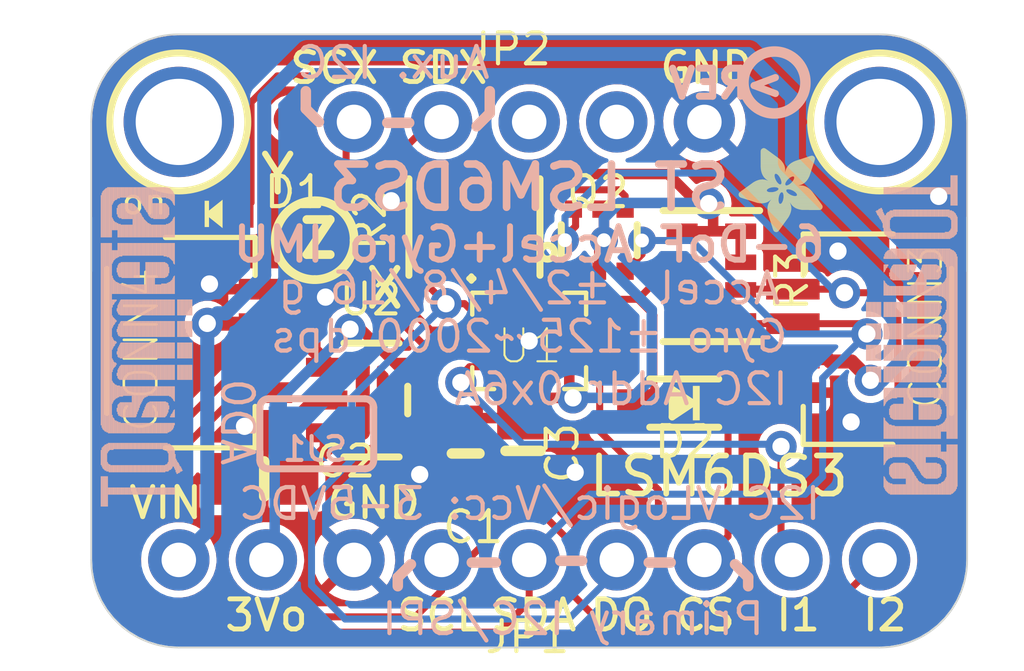
<source format=kicad_pcb>
(kicad_pcb (version 20211014) (generator pcbnew)
  (layers (0 "F.Cu" signal) (31 "B.Cu" signal) (34 "B.Paste" user) (35 "F.Paste" user) (36 "B.SilkS" user "B.Silkscreen") (37 "F.SilkS" user "F.Silkscreen") (38 "B.Mask" user) (39 "F.Mask" user) (44 "Edge.Cuts" user))
  (net 0 "")
  (net 1 "GND")
  (net 2 "SDA")
  (net 3 "SCL")
  (net 4 "SCL_3V")
  (net 5 "SDA_3V")
  (net 6 "3.3V")
  (net 7 "VCC")
  (net 8 "N$1")
  (net 9 "INT1")
  (net 10 "INT2")
  (net 11 "SDO")
  (net 12 "SDX")
  (net 13 "SCX")
  (net 14 "CS_5V")
  (net 15 "CS_3V")
  (footprint "eagleBoard:0805-NO" (layer "F.Cu") (at 140.8176 109.0041 180)
    (fp_text reference "C2" (at -3.302 0.508) (layer "F.SilkS") (effects (font (size 0.896031 0.896031) (thickness 0.119969)) (justify right)))
    (fp_text value "10uF")
    (pad "1" smd rect (at -0.95 0 180) (size 1.24 1.5) (layers "F.Cu" "F.Paste" "F.Mask") (net 7 "VCC"))
    (pad "2" smd rect (at 0.95 0 180) (size 1.24 1.5) (layers "F.Cu" "F.Paste" "F.Mask") (net 1 "GND"))
  )
  (footprint "eagleBoard:SOT23-5" (layer "F.Cu") (at 143.9291 106.7181 -90)
    (fp_text reference "U2" (at -2.921 -0.943) (layer "F.SilkS") (effects (font (size 0.896031 0.896031) (thickness 0.119969)) (justify right)))
    (fp_text value "AP2112K-3.3")
    (pad "1" smd rect (at -0.95 1.3001 270) (size 0.55 1.2) (layers "F.Cu" "F.Paste" "F.Mask") (net 7 "VCC"))
    (pad "2" smd rect (at 0 1.3001 270) (size 0.55 1.2) (layers "F.Cu" "F.Paste" "F.Mask") (net 1 "GND"))
    (pad "3" smd rect (at 0.95 1.3001 270) (size 0.55 1.2) (layers "F.Cu" "F.Paste" "F.Mask") (net 7 "VCC"))
    (pad "4" smd rect (at 0.95 -1.3001 270) (size 0.55 1.2) (layers "F.Cu" "F.Paste" "F.Mask"))
    (pad "5" smd rect (at -0.95 -1.3001 270) (size 0.55 1.2) (layers "F.Cu" "F.Paste" "F.Mask") (net 6 "3.3V"))
  )
  (footprint "eagleBoard:1X09_ROUND_70" (layer "F.Cu") (at 148.5011 111.3536)
    (fp_text reference "JP1" (at -1.3462 2.2352) (layer "F.SilkS") (effects (font (size 0.896031 0.896031) (thickness 0.119969)) (justify left)))
    (fp_text value "")
    (pad "1" thru_hole circle (at -10.16 0 90) (size 1.778 1.778) (drill 1) (layers *.Cu *.Mask) (net 7 "VCC"))
    (pad "2" thru_hole circle (at -7.62 0 90) (size 1.778 1.778) (drill 1) (layers *.Cu *.Mask) (net 6 "3.3V"))
    (pad "3" thru_hole circle (at -5.08 0 90) (size 1.778 1.778) (drill 1) (layers *.Cu *.Mask) (net 1 "GND"))
    (pad "4" thru_hole circle (at -2.54 0 90) (size 1.778 1.778) (drill 1) (layers *.Cu *.Mask) (net 3 "SCL"))
    (pad "5" thru_hole circle (at 0 0 90) (size 1.778 1.778) (drill 1) (layers *.Cu *.Mask) (net 2 "SDA"))
    (pad "6" thru_hole circle (at 2.54 0 90) (size 1.778 1.778) (drill 1) (layers *.Cu *.Mask) (net 11 "SDO"))
    (pad "7" thru_hole circle (at 5.08 0 90) (size 1.778 1.778) (drill 1) (layers *.Cu *.Mask) (net 14 "CS_5V"))
    (pad "8" thru_hole circle (at 7.62 0 90) (size 1.778 1.778) (drill 1) (layers *.Cu *.Mask) (net 9 "INT1"))
    (pad "9" thru_hole circle (at 10.16 0 90) (size 1.778 1.778) (drill 1) (layers *.Cu *.Mask) (net 10 "INT2"))
  )
  (footprint "eagleBoard:JST_SH4" (layer "F.Cu") (at 158.6611 105.0036 90)
    (fp_text reference "CONN3" (at -2.06 1.339 90) (layer "F.SilkS") (effects (font (size 0.941222 0.941222) (thickness 0.074778)) (justify left)))
    (fp_text value "STEMMA_I2C_QT" hide)
    (pad "1" smd rect (at -1.5 -2.514 180) (size 1.55 0.6) (layers "F.Cu" "F.Paste" "F.Mask") (net 1 "GND"))
    (pad "2" smd rect (at -0.5 -2.514 180) (size 1.55 0.6) (layers "F.Cu" "F.Paste" "F.Mask") (net 7 "VCC"))
    (pad "3" smd rect (at 0.5 -2.514 180) (size 1.55 0.6) (layers "F.Cu" "F.Paste" "F.Mask") (net 2 "SDA"))
    (pad "4" smd rect (at 1.5 -2.514 180) (size 1.55 0.6) (layers "F.Cu" "F.Paste" "F.Mask") (net 3 "SCL"))
    (pad "MT1" smd rect (at -2.8 1.386 180) (size 1.8 1.2) (layers "F.Cu" "F.Paste" "F.Mask"))
    (pad "MT2" smd rect (at 2.8 1.386 180) (size 1.8 1.2) (layers "F.Cu" "F.Paste" "F.Mask"))
  )
  (footprint "eagleBoard:SOD-323" (layer "F.Cu") (at 152.9969 106.807 180)
    (fp_text reference "D2" (at -0.973 -1.127) (layer "F.SilkS") (effects (font (size 0.896031 0.896031) (thickness 0.119969)) (justify right)))
    (fp_text value "1N4148")
    (pad "A" smd rect (at 1.27 0 180) (size 1.35 0.8) (layers "F.Cu" "F.Paste" "F.Mask") (net 15 "CS_3V"))
    (pad "C" smd rect (at -1.27 0 180) (size 1.35 0.8) (layers "F.Cu" "F.Paste" "F.Mask") (net 14 "CS_5V"))
  )
  (footprint "eagleBoard:0805-NO" (layer "F.Cu") (at 148.3233 108.1913 -90)
    (fp_text reference "C3" (at -0.889 -1.143 90) (layer "F.SilkS") (effects (font (size 0.896031 0.896031) (thickness 0.119969)) (justify right)))
    (fp_text value "10uF")
    (pad "1" smd rect (at -0.95 0 270) (size 1.24 1.5) (layers "F.Cu" "F.Paste" "F.Mask") (net 6 "3.3V"))
    (pad "2" smd rect (at 0.95 0 270) (size 1.24 1.5) (layers "F.Cu" "F.Paste" "F.Mask") (net 1 "GND"))
  )
  (footprint "eagleBoard:LGA-14L" (layer "F.Cu") (at 148.5011 105.0036)
    (fp_text reference "U1" (at -0.984 0.151) (layer "F.SilkS") (effects (font (size 0.956178 0.956178) (thickness 0.059822)) (justify left)))
    (fp_text value "LSM6DS3")
    (fp_text user "." (at -2.159 -1.524) (layer "F.SilkS") (effects (font (size 1.63576 1.63576) (thickness 0.14224)) (justify left bottom)))
    (pad "1" smd rect (at -1.1625 -0.75) (size 0.475 0.25) (layers "F.Cu" "F.Paste" "F.Mask") (net 11 "SDO"))
    (pad "2" smd rect (at -1.1625 -0.25) (size 0.475 0.25) (layers "F.Cu" "F.Paste" "F.Mask") (net 12 "SDX"))
    (pad "3" smd rect (at -1.1625 0.25) (size 0.475 0.25) (layers "F.Cu" "F.Paste" "F.Mask") (net 13 "SCX"))
    (pad "4" smd rect (at -1.1625 0.75) (size 0.475 0.25) (layers "F.Cu" "F.Paste" "F.Mask") (net 9 "INT1"))
    (pad "5" smd rect (at -0.5 0.9125 90) (size 0.475 0.25) (layers "F.Cu" "F.Paste" "F.Mask") (net 6 "3.3V"))
    (pad "6" smd rect (at 0 0.9125 90) (size 0.475 0.25) (layers "F.Cu" "F.Paste" "F.Mask") (net 1 "GND"))
    (pad "7" smd rect (at 0.5 0.9125 90) (size 0.475 0.25) (layers "F.Cu" "F.Paste" "F.Mask") (net 1 "GND"))
    (pad "8" smd rect (at 1.1625 0.75 180) (size 0.475 0.25) (layers "F.Cu" "F.Paste" "F.Mask") (net 6 "3.3V"))
    (pad "9" smd rect (at 1.1625 0.25 180) (size 0.475 0.25) (layers "F.Cu" "F.Paste" "F.Mask") (net 10 "INT2"))
    (pad "10" smd rect (at 1.1625 -0.25 180) (size 0.475 0.25) (layers "F.Cu" "F.Paste" "F.Mask"))
    (pad "11" smd rect (at 1.1625 -0.75 180) (size 0.475 0.25) (layers "F.Cu" "F.Paste" "F.Mask"))
    (pad "12" smd rect (at 0.5 -0.9125 270) (size 0.475 0.25) (layers "F.Cu" "F.Paste" "F.Mask") (net 15 "CS_3V"))
    (pad "13" smd rect (at 0 -0.9125 270) (size 0.475 0.25) (layers "F.Cu" "F.Paste" "F.Mask") (net 4 "SCL_3V"))
    (pad "14" smd rect (at -0.5 -0.9125 270) (size 0.475 0.25) (layers "F.Cu" "F.Paste" "F.Mask") (net 5 "SDA_3V"))
  )
  (footprint "eagleBoard:FIDUCIAL_1MM" (layer "F.Cu") (at 160.2359 109.5248)
    (fp_text reference "FID4" hide)
    (fp_text value "FIDUCIAL_1MM" hide)
    (pad "1" smd roundrect (at 0 0) (size 1 1) (layers "F.Cu" "F.Mask") (roundrect_rratio 0.5))
  )
  (footprint "eagleBoard:CHIPLED_0603_NOOUTLINE" (layer "F.Cu") (at 139.3571 101.3206 90)
    (fp_text reference "D1" (at 0.635 3.302) (layer "F.SilkS") (effects (font (size 0.896031 0.896031) (thickness 0.119969)) (justify right)))
    (fp_text value "GREEN")
    (pad "A" smd rect (at 0 0.75 90) (size 0.8 0.8) (layers "F.Cu" "F.Paste" "F.Mask") (net 8 "N$1"))
    (pad "C" smd rect (at 0 -0.75 90) (size 0.8 0.8) (layers "F.Cu" "F.Paste" "F.Mask") (net 1 "GND"))
  )
  (footprint "eagleBoard:RESPACK_4X0603" (layer "F.Cu") (at 153.7843 103.124 90)
    (fp_text reference "R3" (at -1.092 2.337 90) (layer "F.SilkS") (effects (font (size 0.896031 0.896031) (thickness 0.119969)) (justify left)))
    (fp_text value "10K")
    (pad "1" smd rect (at -1.3 0.85 90) (size 0.45 0.9) (layers "F.Cu" "F.Paste" "F.Mask") (net 2 "SDA"))
    (pad "2" smd rect (at -0.4 0.85 90) (size 0.45 0.9) (layers "F.Cu" "F.Paste" "F.Mask") (net 3 "SCL"))
    (pad "3" smd rect (at 0.4 0.85 90) (size 0.45 0.9) (layers "F.Cu" "F.Paste" "F.Mask") (net 6 "3.3V"))
    (pad "4" smd rect (at 1.3 0.85 90) (size 0.45 0.9) (layers "F.Cu" "F.Paste" "F.Mask") (net 6 "3.3V"))
    (pad "5" smd rect (at 1.3 -0.85 90) (size 0.45 0.9) (layers "F.Cu" "F.Paste" "F.Mask") (net 6 "3.3V"))
    (pad "6" smd rect (at 0.4 -0.85 90) (size 0.45 0.9) (layers "F.Cu" "F.Paste" "F.Mask") (net 15 "CS_3V"))
    (pad "7" smd rect (at -0.4 -0.85 90) (size 0.45 0.9) (layers "F.Cu" "F.Paste" "F.Mask") (net 7 "VCC"))
    (pad "8" smd rect (at -1.3 -0.85 90) (size 0.45 0.9) (layers "F.Cu" "F.Paste" "F.Mask") (net 7 "VCC"))
  )
  (footprint "eagleBoard:SOT363" (layer "F.Cu") (at 150.5331 102.0826)
    (fp_text reference "Q2" (at -1.016 -1.397) (layer "F.SilkS") (effects (font (size 0.896031 0.896031) (thickness 0.119969)) (justify left)))
    (fp_text value "BSS138")
    (pad "1" smd rect (at -0.75 0.9) (size 0.5 0.5) (layers "F.Cu" "F.Paste" "F.Mask") (net 4 "SCL_3V"))
    (pad "2" smd rect (at 0 0.9) (size 0.4 0.5) (layers "F.Cu" "F.Paste" "F.Mask") (net 6 "3.3V"))
    (pad "3" smd rect (at 0.75 0.9) (size 0.5 0.5) (layers "F.Cu" "F.Paste" "F.Mask") (net 2 "SDA"))
    (pad "4" smd rect (at 0.75 -0.9) (size 0.5 0.5) (layers "F.Cu" "F.Paste" "F.Mask") (net 5 "SDA_3V"))
    (pad "5" smd rect (at 0 -0.9) (size 0.4 0.5) (layers "F.Cu" "F.Paste" "F.Mask") (net 6 "3.3V"))
    (pad "6" smd rect (at -0.75 -0.9) (size 0.5 0.5) (layers "F.Cu" "F.Paste" "F.Mask") (net 3 "SCL"))
  )
  (footprint "eagleBoard:MOUNTINGHOLE_2.5_PLATED" (layer "F.Cu") (at 138.3411 98.6536)
    (fp_text reference "U$1" hide)
    (fp_text value "MOUNTINGHOLE2.5" hide)
    (pad "P$1" thru_hole circle (at 0 0) (size 3.2 3.2) (drill 2.5) (layers *.Cu *.Mask))
    (zone (net 0) (net_name "") (layer "F.Cu") (connect_pads (clearance 0)) (min_thickness 0.254)
      (keepout (tracks not_allowed) (vias not_allowed) (pads not_allowed) (copperpour not_allowed) (footprints allowed))
      (fill (thermal_gap 0.508) (thermal_bridge_width 0.508))
      (polygon (pts (xy 140.3571 98.6536) (xy 140.326472 98.303525) (xy 140.23552 97.964087) (xy 140.087007 97.6456) (xy 139.885446 97.35774) (xy 139.63696 97.109254) (xy 139.3491 96.907693) (xy 139.030613 96.75918) (xy 138.691175 96.668228) (xy 138.3411 96.6376) (xy 137.991025 96.668228) (xy 137.651587 96.75918) (xy 137.3331 96.907693) (xy 137.04524 97.109254) (xy 136.796754 97.35774) (xy 136.595193 97.6456) (xy 136.44668 97.964087) (xy 136.355728 98.303525) (xy 136.3251 98.6536) (xy 136.355728 99.003675) (xy 136.44668 99.343113) (xy 136.595193 99.6616) (xy 136.796754 99.94946) (xy 137.04524 100.197946) (xy 137.3331 100.399507) (xy 137.651587 100.54802) (xy 137.991025 100.638972) (xy 138.3411 100.6696) (xy 138.691175 100.638972) (xy 139.030613 100.54802) (xy 139.3491 100.399507) (xy 139.63696 100.197946) (xy 139.885446 99.94946) (xy 140.087007 99.6616) (xy 140.23552 99.343113) (xy 140.326472 99.003675)))
      (polygon (pts (xy 138.3251 98.6536) (xy 138.325343 98.656378) (xy 138.326065 98.659072) (xy 138.327244 98.6616) (xy 138.328843 98.663885) (xy 138.330815 98.665857) (xy 138.3331 98.667456) (xy 138.335628 98.668635) (xy 138.338322 98.669357) (xy 138.3411 98.6696) (xy 138.343878 98.669357) (xy 138.346572 98.668635) (xy 138.3491 98.667456) (xy 138.351385 98.665857) (xy 138.353357 98.663885) (xy 138.354956 98.6616) (xy 138.356135 98.659072) (xy 138.356857 98.656378) (xy 138.3571 98.6536) (xy 138.356857 98.650822) (xy 138.356135 98.648128) (xy 138.354956 98.6456) (xy 138.353357 98.643315) (xy 138.351385 98.641343) (xy 138.3491 98.639744) (xy 138.346572 98.638565) (xy 138.343878 98.637843) (xy 138.3411 98.6376) (xy 138.338322 98.637843) (xy 138.335628 98.638565) (xy 138.3331 98.639744) (xy 138.330815 98.641343) (xy 138.328843 98.643315) (xy 138.327244 98.6456) (xy 138.326065 98.648128) (xy 138.325343 98.650822)))
    )
    (zone (net 0) (net_name "") (layer "B.Cu") (connect_pads (clearance 0)) (min_thickness 0.254)
      (keepout (tracks not_allowed) (vias not_allowed) (pads not_allowed) (copperpour not_allowed) (footprints allowed))
      (fill (thermal_gap 0.508) (thermal_bridge_width 0.508))
      (polygon (pts (xy 140.3571 98.6536) (xy 140.326472 98.303525) (xy 140.23552 97.964087) (xy 140.087007 97.6456) (xy 139.885446 97.35774) (xy 139.63696 97.109254) (xy 139.3491 96.907693) (xy 139.030613 96.75918) (xy 138.691175 96.668228) (xy 138.3411 96.6376) (xy 137.991025 96.668228) (xy 137.651587 96.75918) (xy 137.3331 96.907693) (xy 137.04524 97.109254) (xy 136.796754 97.35774) (xy 136.595193 97.6456) (xy 136.44668 97.964087) (xy 136.355728 98.303525) (xy 136.3251 98.6536) (xy 136.355728 99.003675) (xy 136.44668 99.343113) (xy 136.595193 99.6616) (xy 136.796754 99.94946) (xy 137.04524 100.197946) (xy 137.3331 100.399507) (xy 137.651587 100.54802) (xy 137.991025 100.638972) (xy 138.3411 100.6696) (xy 138.691175 100.638972) (xy 139.030613 100.54802) (xy 139.3491 100.399507) (xy 139.63696 100.197946) (xy 139.885446 99.94946) (xy 140.087007 99.6616) (xy 140.23552 99.343113) (xy 140.326472 99.003675)))
      (polygon (pts (xy 138.3251 98.6536) (xy 138.325343 98.656378) (xy 138.326065 98.659072) (xy 138.327244 98.6616) (xy 138.328843 98.663885) (xy 138.330815 98.665857) (xy 138.3331 98.667456) (xy 138.335628 98.668635) (xy 138.338322 98.669357) (xy 138.3411 98.6696) (xy 138.343878 98.669357) (xy 138.346572 98.668635) (xy 138.3491 98.667456) (xy 138.351385 98.665857) (xy 138.353357 98.663885) (xy 138.354956 98.6616) (xy 138.356135 98.659072) (xy 138.356857 98.656378) (xy 138.3571 98.6536) (xy 138.356857 98.650822) (xy 138.356135 98.648128) (xy 138.354956 98.6456) (xy 138.353357 98.643315) (xy 138.351385 98.641343) (xy 138.3491 98.639744) (xy 138.346572 98.638565) (xy 138.343878 98.637843) (xy 138.3411 98.6376) (xy 138.338322 98.637843) (xy 138.335628 98.638565) (xy 138.3331 98.639744) (xy 138.330815 98.641343) (xy 138.328843 98.643315) (xy 138.327244 98.6456) (xy 138.326065 98.648128) (xy 138.325343 98.650822)))
    )
  )
  (footprint "eagleBoard:JST_SH4" (layer "F.Cu") (at 138.3411 105.0036 -90)
    (fp_text reference "CONN4" (at -2.187 1.085 90) (layer "F.SilkS") (effects (font (size 0.941222 0.941222) (thickness 0.074778)) (justify right)))
    (fp_text value "STEMMA_I2C_QT" hide)
    (pad "1" smd rect (at -1.5 -2.514) (size 1.55 0.6) (layers "F.Cu" "F.Paste" "F.Mask") (net 1 "GND"))
    (pad "2" smd rect (at -0.5 -2.514) (size 1.55 0.6) (layers "F.Cu" "F.Paste" "F.Mask") (net 7 "VCC"))
    (pad "3" smd rect (at 0.5 -2.514) (size 1.55 0.6) (layers "F.Cu" "F.Paste" "F.Mask") (net 2 "SDA"))
    (pad "4" smd rect (at 1.5 -2.514) (size 1.55 0.6) (layers "F.Cu" "F.Paste" "F.Mask") (net 3 "SCL"))
    (pad "MT1" smd rect (at -2.8 1.386) (size 1.8 1.2) (layers "F.Cu" "F.Paste" "F.Mask"))
    (pad "MT2" smd rect (at 2.8 1.386) (size 1.8 1.2) (layers "F.Cu" "F.Paste" "F.Mask"))
  )
  (footprint "eagleBoard:0603-NO" (layer "F.Cu") (at 146.6596 108.2675 -90)
    (fp_text reference "C1" (at 2.1336 0.7366) (layer "F.SilkS") (effects (font (size 0.896031 0.896031) (thickness 0.119969)) (justify left)))
    (fp_text value "0.1uF")
    (pad "1" smd rect (at -0.85 0 270) (size 1.075 1) (layers "F.Cu" "F.Paste" "F.Mask") (net 6 "3.3V"))
    (pad "2" smd rect (at 0.85 0 270) (size 1.075 1) (layers "F.Cu" "F.Paste" "F.Mask") (net 1 "GND"))
  )
  (footprint "eagleBoard:FIDUCIAL_1MM" (layer "F.Cu") (at 141.5923 98.5774)
    (fp_text reference "FID3" hide)
    (fp_text value "FIDUCIAL_1MM" hide)
    (pad "1" smd roundrect (at 0 0) (size 1 1) (layers "F.Cu" "F.Mask") (roundrect_rratio 0.5))
  )
  (footprint "eagleBoard:MOUNTINGHOLE_2.5_PLATED" (layer "F.Cu") (at 158.6611 98.6536)
    (fp_text reference "U$17" hide)
    (fp_text value "MOUNTINGHOLE2.5" hide)
    (pad "P$1" thru_hole circle (at 0 0) (size 3.2 3.2) (drill 2.5) (layers *.Cu *.Mask))
    (zone (net 0) (net_name "") (layer "F.Cu") (connect_pads (clearance 0)) (min_thickness 0.254)
      (keepout (tracks not_allowed) (vias not_allowed) (pads not_allowed) (copperpour not_allowed) (footprints allowed))
      (fill (thermal_gap 0.508) (thermal_bridge_width 0.508))
      (polygon (pts (xy 160.6771 98.6536) (xy 160.646472 98.303525) (xy 160.55552 97.964087) (xy 160.407007 97.6456) (xy 160.205446 97.35774) (xy 159.95696 97.109254) (xy 159.6691 96.907693) (xy 159.350613 96.75918) (xy 159.011175 96.668228) (xy 158.6611 96.6376) (xy 158.311025 96.668228) (xy 157.971587 96.75918) (xy 157.6531 96.907693) (xy 157.36524 97.109254) (xy 157.116754 97.35774) (xy 156.915193 97.6456) (xy 156.76668 97.964087) (xy 156.675728 98.303525) (xy 156.6451 98.6536) (xy 156.675728 99.003675) (xy 156.76668 99.343113) (xy 156.915193 99.6616) (xy 157.116754 99.94946) (xy 157.36524 100.197946) (xy 157.6531 100.399507) (xy 157.971587 100.54802) (xy 158.311025 100.638972) (xy 158.6611 100.6696) (xy 159.011175 100.638972) (xy 159.350613 100.54802) (xy 159.6691 100.399507) (xy 159.95696 100.197946) (xy 160.205446 99.94946) (xy 160.407007 99.6616) (xy 160.55552 99.343113) (xy 160.646472 99.003675)))
      (polygon (pts (xy 158.6451 98.6536) (xy 158.645343 98.656378) (xy 158.646065 98.659072) (xy 158.647244 98.6616) (xy 158.648843 98.663885) (xy 158.650815 98.665857) (xy 158.6531 98.667456) (xy 158.655628 98.668635) (xy 158.658322 98.669357) (xy 158.6611 98.6696) (xy 158.663878 98.669357) (xy 158.666572 98.668635) (xy 158.6691 98.667456) (xy 158.671385 98.665857) (xy 158.673357 98.663885) (xy 158.674956 98.6616) (xy 158.676135 98.659072) (xy 158.676857 98.656378) (xy 158.6771 98.6536) (xy 158.676857 98.650822) (xy 158.676135 98.648128) (xy 158.674956 98.6456) (xy 158.673357 98.643315) (xy 158.671385 98.641343) (xy 158.6691 98.639744) (xy 158.666572 98.638565) (xy 158.663878 98.637843) (xy 158.6611 98.6376) (xy 158.658322 98.637843) (xy 158.655628 98.638565) (xy 158.6531 98.639744) (xy 158.650815 98.641343) (xy 158.648843 98.643315) (xy 158.647244 98.6456) (xy 158.646065 98.648128) (xy 158.645343 98.650822)))
    )
    (zone (net 0) (net_name "") (layer "B.Cu") (connect_pads (clearance 0)) (min_thickness 0.254)
      (keepout (tracks not_allowed) (vias not_allowed) (pads not_allowed) (copperpour not_allowed) (footprints allowed))
      (fill (thermal_gap 0.508) (thermal_bridge_width 0.508))
      (polygon (pts (xy 160.6771 98.6536) (xy 160.646472 98.303525) (xy 160.55552 97.964087) (xy 160.407007 97.6456) (xy 160.205446 97.35774) (xy 159.95696 97.109254) (xy 159.6691 96.907693) (xy 159.350613 96.75918) (xy 159.011175 96.668228) (xy 158.6611 96.6376) (xy 158.311025 96.668228) (xy 157.971587 96.75918) (xy 157.6531 96.907693) (xy 157.36524 97.109254) (xy 157.116754 97.35774) (xy 156.915193 97.6456) (xy 156.76668 97.964087) (xy 156.675728 98.303525) (xy 156.6451 98.6536) (xy 156.675728 99.003675) (xy 156.76668 99.343113) (xy 156.915193 99.6616) (xy 157.116754 99.94946) (xy 157.36524 100.197946) (xy 157.6531 100.399507) (xy 157.971587 100.54802) (xy 158.311025 100.638972) (xy 158.6611 100.6696) (xy 159.011175 100.638972) (xy 159.350613 100.54802) (xy 159.6691 100.399507) (xy 159.95696 100.197946) (xy 160.205446 99.94946) (xy 160.407007 99.6616) (xy 160.55552 99.343113) (xy 160.646472 99.003675)))
      (polygon (pts (xy 158.6451 98.6536) (xy 158.645343 98.656378) (xy 158.646065 98.659072) (xy 158.647244 98.6616) (xy 158.648843 98.663885) (xy 158.650815 98.665857) (xy 158.6531 98.667456) (xy 158.655628 98.668635) (xy 158.658322 98.669357) (xy 158.6611 98.6696) (xy 158.663878 98.669357) (xy 158.666572 98.668635) (xy 158.6691 98.667456) (xy 158.671385 98.665857) (xy 158.673357 98.663885) (xy 158.674956 98.6616) (xy 158.676135 98.659072) (xy 158.676857 98.656378) (xy 158.6771 98.6536) (xy 158.676857 98.650822) (xy 158.676135 98.648128) (xy 158.674956 98.6456) (xy 158.673357 98.643315) (xy 158.671385 98.641343) (xy 158.6691 98.639744) (xy 158.666572 98.638565) (xy 158.663878 98.637843) (xy 158.6611 98.6376) (xy 158.658322 98.637843) (xy 158.655628 98.638565) (xy 158.6531 98.639744) (xy 158.650815 98.641343) (xy 158.648843 98.643315) (xy 158.647244 98.6456) (xy 158.646065 98.648128) (xy 158.645343 98.650822)))
    )
  )
  (footprint "eagleBoard:1X05_ROUND_70" (layer "F.Cu") (at 148.5011 98.6536 180)
    (fp_text reference "JP2" (at -0.7112 2.1082) (layer "F.SilkS") (effects (font (size 0.896031 0.896031) (thickness 0.119969)) (justify right)))
    (fp_text value "")
    (pad "1" thru_hole circle (at -5.08 0 270) (size 1.778 1.778) (drill 1) (layers *.Cu *.Mask) (net 1 "GND"))
    (pad "2" thru_hole circle (at -2.54 0 270) (size 1.778 1.778) (drill 1) (layers *.Cu *.Mask))
    (pad "3" thru_hole circle (at 0 0 270) (size 1.778 1.778) (drill 1) (layers *.Cu *.Mask))
    (pad "4" thru_hole circle (at 2.54 0 270) (size 1.778 1.778) (drill 1) (layers *.Cu *.Mask) (net 12 "SDX"))
    (pad "5" thru_hole circle (at 5.08 0 270) (size 1.778 1.778) (drill 1) (layers *.Cu *.Mask) (net 13 "SCX"))
  )
  (footprint "eagleBoard:ADAFRUIT_2.5MM" (layer "F.Cu") (at 157.0101 99.4156 180)
    (fp_text reference "U$9" hide)
    (fp_text value "" hide)
  )
  (footprint "eagleBoard:RESPACK_4X0603" (layer "F.Cu") (at 146.9136 101.7016 180)
    (fp_text reference "R2" (at 3.0355 1.1555 90) (layer "F.SilkS") (effects (font (size 0.896031 0.896031) (thickness 0.119969)) (justify right)))
    (fp_text value "10K")
    (pad "1" smd rect (at -1.3 0.85 180) (size 0.45 0.9) (layers "F.Cu" "F.Paste" "F.Mask") (net 6 "3.3V"))
    (pad "2" smd rect (at -0.4 0.85 180) (size 0.45 0.9) (layers "F.Cu" "F.Paste" "F.Mask") (net 6 "3.3V"))
    (pad "3" smd rect (at 0.4 0.85 180) (size 0.45 0.9) (layers "F.Cu" "F.Paste" "F.Mask") (net 8 "N$1"))
    (pad "4" smd rect (at 1.3 0.85 180) (size 0.45 0.9) (layers "F.Cu" "F.Paste" "F.Mask") (net 1 "GND"))
    (pad "5" smd rect (at 1.3 -0.85 180) (size 0.45 0.9) (layers "F.Cu" "F.Paste" "F.Mask") (net 11 "SDO"))
    (pad "6" smd rect (at 0.4 -0.85 180) (size 0.45 0.9) (layers "F.Cu" "F.Paste" "F.Mask") (net 6 "3.3V"))
    (pad "7" smd rect (at -0.4 -0.85 180) (size 0.45 0.9) (layers "F.Cu" "F.Paste" "F.Mask") (net 5 "SDA_3V"))
    (pad "8" smd rect (at -1.3 -0.85 180) (size 0.45 0.9) (layers "F.Cu" "F.Paste" "F.Mask") (net 4 "SCL_3V"))
  )
  (footprint "eagleBoard:SOLDERJUMPER_ARROW_NOPASTE" (layer "B.Cu") (at 142.3416 107.696 180)
    (fp_text reference "SJ1" (at -0.9525 -0.4445) (layer "B.SilkS") (effects (font (size 0.692831 0.692831) (thickness 0.119969)) (justify left mirror)))
    (fp_text value "")
    (fp_poly (pts (xy 1.3946 -0.7882) (xy -0.315893 -0.7882) (xy 0.443148 0) (xy -0.315893 0.7882) (xy 1.3946 0.7882)) (layer "B.Cu") (width 0) (fill solid))
    (fp_poly (pts (xy 0.106121 -0.002663) (xy -0.679416 -0.7882) (xy -1.3946 -0.7882) (xy -1.3946 0.7882) (xy -0.62715 0.7882)) (layer "B.Cu") (width 0) (fill solid))
    (pad "1" smd roundrect (at -1.016 0 180) (size 0.762 1.524) (layers "B.Cu") (net 11 "SDO"))
    (pad "2" smd roundrect (at 1.016 0 180) (size 0.762 1.524) (layers "B.Cu") (net 6 "3.3V"))
  )
  (footprint "eagleBoard:STEMMAQT" (layer "B.Cu") (at 138.7221 100.5586 -90)
    (fp_text reference "U$31" hide)
    (fp_text value "" hide)
  )
  (footprint "eagleBoard:PCBFEAT-REV-040" (layer "B.Cu") (at 155.6131 97.5106 180)
    (fp_text reference "U$25" hide)
    (fp_text value "" hide)
    (fp_text user ">REV" (at -0.3556 -0.508) (layer "B.SilkS") (effects (font (size 0.8128 0.8128) (thickness 0.2032)) (justify left bottom mirror)))
  )
  (footprint "eagleBoard:STEMMAQT" (layer "B.Cu") (at 158.2801 109.4486 90)
    (fp_text reference "U$30" hide)
    (fp_text value "" hide)
  )
  (gr_line (start 147.3581 98.3996) (end 147.3581 97.7646) (layer "B.SilkS") (width 0.3048))
  (gr_line (start 147.5359 111.4298) (end 146.8374 111.4298) (layer "B.SilkS") (width 0.3048))
  (gr_line (start 146.9771 98.7806) (end 147.3581 98.3996) (layer "B.SilkS") (width 0.3048))
  (gr_line (start 154.8511 111.8616) (end 154.8511 112.1156) (layer "B.SilkS") (width 0.3048))
  (gr_line (start 152.6032 111.4298) (end 151.9682 111.4298) (layer "B.SilkS") (width 0.3048))
  (gr_line (start 154.4701 111.4806) (end 154.8511 111.8616) (layer "B.SilkS") (width 0.3048))
  (gr_line (start 142.0241 98.2726) (end 142.0241 97.7646) (layer "B.SilkS") (width 0.3048))
  (gr_line (start 150.0378 111.379) (end 149.4028 111.379) (layer "B.SilkS") (width 0.3048))
  (gr_line (start 144.3863 98.679) (end 145.0213 98.679) (layer "B.SilkS") (width 0.3048))
  (gr_line (start 145.0721 111.4806) (end 144.6911 111.8616) (layer "B.SilkS") (width 0.3048))
  (gr_line (start 144.6911 111.8616) (end 144.6911 112.1156) (layer "B.SilkS") (width 0.3048))
  (gr_line (start 142.4051 98.6536) (end 142.0241 98.2726) (layer "B.SilkS") (width 0.3048))
  (gr_arc (start 143.4251 102.0836) (mid 143.090323 102.891823) (end 142.2821 103.2266) (layer "F.SilkS") (width 0.254))
  (gr_arc (start 142.2821 100.9406) (mid 143.096188 101.269514) (end 143.4251 102.083602) (layer "F.SilkS") (width 0.254))
  (gr_arc (start 141.1391 102.0836) (mid 141.473877 101.275377) (end 142.2821 100.9406) (layer "F.SilkS") (width 0.254))
  (gr_arc (start 142.2821 103.2266) (mid 141.473877 102.891823) (end 141.1391 102.0836) (layer "F.SilkS") (width 0.254))
  (gr_line (start 138.3411 113.8936) (end 158.6611 113.8936) (layer "Edge.Cuts") (width 0.05))
  (gr_line (start 158.6611 96.1136) (end 138.3411 96.1136) (layer "Edge.Cuts") (width 0.05))
  (gr_arc (start 138.3411 113.8936) (mid 136.545049 113.149651) (end 135.8011 111.3536) (layer "Edge.Cuts") (width 0.05))
  (gr_arc (start 158.6611 96.1136) (mid 160.457151 96.857549) (end 161.2011 98.6536) (layer "Edge.Cuts") (width 0.05))
  (gr_arc (start 161.2011 111.3536) (mid 160.457151 113.149651) (end 158.6611 113.8936) (layer "Edge.Cuts") (width 0.05))
  (gr_arc (start 135.8011 98.6536) (mid 136.545049 96.857549) (end 138.3411 96.1136) (layer "Edge.Cuts") (width 0.05))
  (gr_line (start 135.8011 98.6536) (end 135.8011 111.3536) (layer "Edge.Cuts") (width 0.05))
  (gr_line (start 161.2011 111.3536) (end 161.2011 98.6536) (layer "Edge.Cuts") (width 0.05))
  (gr_text "Accel  ±2/4/8/16 g" (at 148.5011 103.4796) (layer "B.SilkS") (effects (font (size 0.89408 0.89408) (thickness 0.12192)) (justify mirror)))
  (gr_text "AD0" (at 140.0302 107.3531 -90) (layer "B.SilkS") (effects (font (size 0.89408 0.89408) (thickness 0.12192)) (justify mirror)))
  (gr_text "6-DoF Accel+Gyro IMU" (at 148.5011 102.2096) (layer "B.SilkS") (effects (font (size 0.97155 0.97155) (thickness 0.17145)) (justify mirror)))
  (gr_text "Primary I2C/SPI" (at 149.7711 113.0681) (layer "B.SilkS") (effects (font (size 0.89408 0.89408) (thickness 0.12192)) (justify mirror)))
  (gr_text "Aux. I2C" (at 144.5641 96.9391) (layer "B.SilkS") (effects (font (size 0.89408 0.89408) (thickness 0.12192)) (justify mirror)))
  (gr_text "ST LSM6DS3" (at 148.5011 100.5586) (layer "B.SilkS") (effects (font (size 1.25222 1.25222) (thickness 0.22098)) (justify mirror)))
  (gr_text "Gyro ±125~~2000 dps" (at 148.5011 104.8766) (layer "B.SilkS") (effects (font (size 0.89408 0.89408) (thickness 0.12192)) (justify mirror)))
  (gr_text "I2C Addr 0x6A" (at 151.1681 106.4006) (layer "B.SilkS") (effects (font (size 0.89408 0.89408) (thickness 0.12192)) (justify mirror)))
  (gr_text "I2C VLogic/Vcc: 3-5VDC" (at 148.5138 109.728) (layer "B.SilkS") (effects (font (size 0.89408 0.89408) (thickness 0.12192)) (justify mirror)))
  (gr_text "on" (at 136.6266 101.3841) (layer "F.SilkS") (effects (font (size 0.715264 0.715264) (thickness 0.097536)) (justify left bottom)))
  (gr_text "VIN" (at 137.9601 109.7026) (layer "F.SilkS") (effects (font (size 0.87376 0.87376) (thickness 0.14224))))
  (gr_text "DO" (at 151.1808 112.96015) (layer "F.SilkS") (effects (font (size 0.87376 0.87376) (thickness 0.14224))))
  (gr_text "X" (at 144.9491 102.8456) (layer "F.SilkS") (effects (font (size 1.0922 1.0922) (thickness 0.1778)) (justify right top)))
  (gr_text "3Vo" (at 140.8811 112.96015) (layer "F.SilkS") (effects (font (size 0.87376 0.87376) (thickness 0.14224))))
  (gr_text "LSM6DS3" (at 154.0002 108.9279) (layer "F.SilkS") (effects (font (size 1.1049 1.1049) (thickness 0.1651))))
  (gr_text "SDA" (at 148.6281 112.96015) (layer "F.SilkS") (effects (font (size 0.87376 0.87376) (thickness 0.14224))))
  (gr_text "Z" (at 143.0441 101.4486) (layer "F.SilkS") (effects (font (size 1.016 1.016) (thickness 0.254)) (justify right top)))
  (gr_text "I1" (at 156.2989 112.96015) (layer "F.SilkS") (effects (font (size 0.87376 0.87376) (thickness 0.14224))))
  (gr_text "GND" (at 153.6446 97.08515) (layer "F.SilkS") (effects (font (size 0.87376 0.87376) (thickness 0.14224))))
  (gr_text "SCX" (at 142.8496 97.08515) (layer "F.SilkS") (effects (font (size 0.87376 0.87376) (thickness 0.14224))))
  (gr_text "I2" (at 158.8135 112.96015) (layer "F.SilkS") (effects (font (size 0.87376 0.87376) (thickness 0.14224))))
  (gr_text "CS" (at 153.6065 112.96015) (layer "F.SilkS") (effects (font (size 0.87376 0.87376) (thickness 0.14224))))
  (gr_text "Y" (at 140.6231 100.8116) (layer "F.SilkS") (effects (font (size 1.0922 1.0922) (thickness 0.1778)) (justify left bottom)))
  (gr_text "SDX" (at 146.0119 97.08515) (layer "F.SilkS") (effects (font (size 0.87376 0.87376) (thickness 0.14224))))
  (gr_text "SCL" (at 145.8976 112.96015) (layer "F.SilkS") (effects (font (size 0.87376 0.87376) (thickness 0.14224))))
  (gr_text "GND" (at 143.9926 109.7026) (layer "F.SilkS") (effects (font (size 0.87376 0.87376) (thickness 0.14224))))
  (segment (start 141.430762 107.4801) (end 140.2461 107.4801) (width 0.4064) (layer "F.Cu") (net 1))
  (segment (start 142.114662 106.7962) (end 141.430762 107.4801) (width 0.254) (layer "F.Cu") (net 1))
  (segment (start 142.629 106.7181) (end 142.5509 106.7962) (width 0.4064) (layer "F.Cu") (net 1))
  (segment (start 142.5509 106.7962) (end 142.114662 106.7962) (width 0.254) (layer "F.Cu") (net 1))
  (segment (start 148.5011 105.9161) (end 148.5011 105.0036) (width 0.2032) (layer "F.Cu") (net 1))
  (via (at 144.5006 100.9396) (size 0.9064) (drill 0.5) (layers "F.Cu" "B.Cu") (net 1))
  (via (at 160.3756 100.8126) (size 0.9064) (drill 0.5) (layers "F.Cu" "B.Cu") (net 1))
  (via (at 142.5956 103.7336) (size 0.9064) (drill 0.5) (layers "F.Cu" "B.Cu") (net 1))
  (via (at 148.5011 105.0036) (size 0.9064) (drill 0.5) (layers "F.Cu" "B.Cu") (net 1))
  (via (at 157.4546 102.4001) (size 0.9064) (drill 0.5) (layers "F.Cu" "B.Cu") (net 1))
  (via (at 145.3261 108.8771) (size 0.9064) (drill 0.5) (layers "F.Cu" "B.Cu") (net 1))
  (via (at 139.2301 103.3526) (size 0.9064) (drill 0.5) (layers "F.Cu" "B.Cu") (net 1))
  (via (at 149.8346 108.8136) (size 0.9064) (drill 0.5) (layers "F.Cu" "B.Cu") (net 1))
  (via (at 140.2461 107.4801) (size 0.9064) (drill 0.5) (layers "F.Cu" "B.Cu") (net 1))
  (via (at 157.8356 107.3531) (size 0.9064) (drill 0.5) (layers "F.Cu" "B.Cu") (net 1))
  (segment (start 151.2831 102.9826) (end 151.7731 102.4926) (width 0.2032) (layer "F.Cu") (net 2))
  (segment (start 156.1471 104.5036) (end 158.2928 104.5036) (width 0.2032) (layer "F.Cu") (net 2))
  (segment (start 136.6901 112.0521) (end 138.0871 113.4491) (width 0.2032) (layer "F.Cu") (net 2))
  (segment (start 148.5011 112.5601) (end 148.5011 111.3536) (width 0.2032) (layer "F.Cu") (net 2))
  (segment (start 136.6901 109.99965) (end 136.6901 112.0521) (width 0.2032) (layer "F.Cu") (net 2))
  (segment (start 140.8551 105.5036) (end 140.34905 105.5036) (width 0.2032) (layer "F.Cu") (net 2))
  (segment (start 151.7731 102.4926) (end 151.7731 102.091738) (width 0.2032) (layer "F.Cu") (net 2))
  (segment (start 158.2928 104.5036) (end 158.2928 104.8004) (width 0.2032) (layer "F.Cu") (net 2))
  (segment (start 140.34905 105.5036) (end 138.1599 107.69275) (width 0.2032) (layer "F.Cu") (net 2))
  (segment (start 154.6343 104.424) (end 154.7139 104.5036) (width 0.2032) (layer "F.Cu") (net 2))
  (segment (start 138.0871 113.4491) (end 147.6121 113.4491) (width 0.2032) (layer "F.Cu") (net 2))
  (segment (start 138.1599 107.69275) (end 138.1599 108.52985) (width 0.2032) (layer "F.Cu") (net 2))
  (segment (start 156.1471 104.5036) (end 154.7139 104.5036) (width 0.2032) (layer "F.Cu") (net 2))
  (segment (start 138.1599 108.52985) (end 136.6901 109.99965) (width 0.2032) (layer "F.Cu") (net 2))
  (segment (start 147.6121 113.4491) (end 148.5011 112.5601) (width 0.2032) (layer "F.Cu") (net 2))
  (via (at 158.2928 104.8004) (size 0.9064) (drill 0.5) (layers "F.Cu" "B.Cu") (net 2))
  (via (at 151.7731 102.091738) (size 0.8064) (drill 0.4) (layers "F.Cu" "B.Cu") (net 2))
  (segment (start 157.0101 108.9406) (end 156.5021 109.4486) (width 0.2032) (layer "B.Cu") (net 2))
  (segment (start 157.0101 106.0831) (end 157.0101 108.9406) (width 0.2032) (layer "B.Cu") (net 2))
  (segment (start 148.5011 111.2266) (end 148.5011 111.3536) (width 0.2032) (layer "B.Cu") (net 2))
  (segment (start 151.7731 102.091738) (end 153.209237 102.091738) (width 0.2032) (layer "B.Cu") (net 2))
  (segment (start 150.2791 109.4486) (end 148.5011 111.2266) (width 0.2032) (layer "B.Cu") (net 2))
  (segment (start 156.5021 109.4486) (end 150.2791 109.4486) (width 0.2032) (layer "B.Cu") (net 2))
  (segment (start 158.2928 104.8004) (end 157.0101 106.0831) (width 0.2032) (layer "B.Cu") (net 2))
  (segment (start 158.2928 104.8004) (end 155.9179 104.8004) (width 0.2032) (layer "B.Cu") (net 2))
  (segment (start 153.209237 102.091738) (end 155.9179 104.8004) (width 0.2032) (layer "B.Cu") (net 2))
  (segment (start 149.8466 101.2461) (end 149.8466 101.676013) (width 0.2032) (layer "F.Cu") (net 3))
  (segment (start 158.291993 113.411) (end 159.8549 111.848094) (width 0.2032) (layer "F.Cu") (net 3))
  (segment (start 140.0796 106.5036) (end 138.5663 108.0169) (width 0.2032) (layer "F.Cu") (net 3))
  (segment (start 140.8551 106.5036) (end 140.0796 106.5036) (width 0.2032) (layer "F.Cu") (net 3))
  (segment (start 145.1991 113.0046) (end 145.9611 112.2426) (width 0.2032) (layer "F.Cu") (net 3))
  (segment (start 149.7076 112.3061) (end 150.8125 113.411) (width 0.2032) (layer "F.Cu") (net 3))
  (segment (start 147.92405 110.1471) (end 146.71755 111.3536) (width 0.2032) (layer "F.Cu") (net 3))
  (segment (start 138.217337 113.0046) (end 145.1991 113.0046) (width 0.2032) (layer "F.Cu") (net 3))
  (segment (start 156.1471 103.5036) (end 154.6547 103.5036) (width 0.2032) (layer "F.Cu") (net 3))
  (segment (start 147.92405 110.1471) (end 149.0091 110.1471) (width 0.2032) (layer "F.Cu") (net 3))
  (segment (start 138.5663 108.698188) (end 137.1473 110.117188) (width 0.2032) (layer "F.Cu") (net 3))
  (segment (start 137.1473 111.934563) (end 138.217337 113.0046) (width 0.2032) (layer "F.Cu") (net 3))
  (segment (start 149.7831 101.1826) (end 149.8466 101.2461) (width 0.2032) (layer "F.Cu") (net 3))
  (segment (start 150.8125 113.411) (end 158.291993 113.411) (width 0.2032) (layer "F.Cu") (net 3))
  (segment (start 159.8549 111.848094) (end 159.8549 110.859107) (width 0.2032) (layer "F.Cu") (net 3))
  (segment (start 156.1471 103.5036) (end 157.5421 103.5036) (width 0.2032) (layer "F.Cu") (net 3))
  (segment (start 158.5595 103.6066) (end 157.6451 103.6066) (width 0.2032) (layer "F.Cu") (net 3))
  (segment (start 145.9611 111.3536) (end 146.71755 111.3536) (width 0.2032) (layer "F.Cu") (net 3))
  (segment (start 159.8549 110.859107) (end 158.798034 109.802241) (width 0.2032) (layer "F.Cu") (net 3))
  (segment (start 149.538937 102.0826) (end 149.538937 101.983675) (width 0.2032) (layer "F.Cu") (net 3))
  (segment (start 145.9611 112.2426) (end 145.9611 111.3536) (width 0.2032) (layer "F.Cu") (net 3))
  (segment (start 159.1945 104.2416) (end 158.5595 103.6066) (width 0.2032) (layer "F.Cu") (net 3))
  (segment (start 159.1945 106.6292) (end 159.1945 104.2416) (width 0.2032) (layer "F.Cu") (net 3))
  (segment (start 138.5663 108.0169) (end 138.5663 108.698188) (width 0.2032) (layer "F.Cu") (net 3))
  (segment (start 149.0091 110.1471) (end 149.7076 110.8456) (width 0.2032) (layer "F.Cu") (net 3))
  (segment (start 158.798034 107.025666) (end 159.1945 106.6292) (width 0.2032) (layer "F.Cu") (net 3))
  (segment (start 149.8466 101.676013) (end 149.538937 101.983675) (width 0.2032) (layer "F.Cu") (net 3))
  (segment (start 137.1473 110.117188) (end 137.1473 111.934563) (width 0.2032) (layer "F.Cu") (net 3))
  (segment (start 154.6343 103.524) (end 154.6547 103.5036) (width 0.2032) (layer "F.Cu") (net 3))
  (segment (start 149.7076 110.8456) (end 149.7076 112.3061) (width 0.2032) (layer "F.Cu") (net 3))
  (segment (start 158.798034 109.802241) (end 158.798034 107.025666) (width 0.2032) (layer "F.Cu") (net 3))
  (segment (start 157.5421 103.5036) (end 157.6451 103.6066) (width 0.2032) (layer "F.Cu") (net 3))
  (via (at 149.538937 102.0826) (size 0.8064) (drill 0.4) (layers "F.Cu" "B.Cu") (net 3))
  (via (at 157.6451 103.6066) (size 0.9064) (drill 0.5) (layers "F.Cu" "B.Cu") (net 3))
  (segment (start 153.920437 100.135938) (end 150.807559 100.135938) (width 0.2032) (layer "B.Cu") (net 3))
  (segment (start 157.6451 103.6066) (end 157.3911 103.6066) (width 0.2032) (layer "B.Cu") (net 3))
  (segment (start 149.538937 101.40456) (end 149.538937 102.0826) (width 0.2032) (layer "B.Cu") (net 3))
  (segment (start 157.3911 103.6066) (end 153.920437 100.135938) (width 0.2032) (layer "B.Cu") (net 3))
  (segment (start 150.807559 100.135938) (end 149.538937 101.40456) (width 0.2032) (layer "B.Cu") (net 3))
  (segment (start 149.7831 102.9826) (end 149.7831 103.236597) (width 0.2032) (layer "F.Cu") (net 4))
  (segment (start 148.2136 102.5516) (end 148.8986 103.2366) (width 0.2032) (layer "F.Cu") (net 4))
  (segment (start 149.7831 103.236597) (end 149.783096 103.2366) (width 0.2032) (layer "F.Cu") (net 4))
  (segment (start 149.783096 103.2366) (end 148.8986 103.2366) (width 0.2032) (layer "F.Cu") (net 4))
  (segment (start 148.5011 102.8391) (end 148.2136 102.5516) (width 0.2032) (layer "F.Cu") (net 4))
  (segment (start 148.5011 104.0911) (end 148.5011 102.8391) (width 0.2032) (layer "F.Cu") (net 4))
  (segment (start 151.2831 100.8006) (end 151.1046 100.6221) (width 0.2032) (layer "F.Cu") (net 5))
  (segment (start 149.3266 100.6221) (end 148.8069 101.1418) (width 0.2032) (layer "F.Cu") (net 5))
  (segment (start 151.2831 100.8006) (end 151.2831 101.1826) (width 0.2032) (layer "F.Cu") (net 5))
  (segment (start 147.8343 101.7334) (end 148.8069 101.7334) (width 0.2032) (layer "F.Cu") (net 5))
  (segment (start 148.0011 104.0911) (end 147.3136 103.4036) (width 0.2032) (layer "F.Cu") (net 5))
  (segment (start 147.3136 102.5516) (end 147.3136 102.2541) (width 0.2032) (layer "F.Cu") (net 5))
  (segment (start 147.3136 103.4036) (end 147.3136 102.5516) (width 0.2032) (layer "F.Cu") (net 5))
  (segment (start 151.1046 100.6221) (end 149.3266 100.6221) (width 0.2032) (layer "F.Cu") (net 5))
  (segment (start 147.3136 102.2541) (end 147.8343 101.7334) (width 0.2032) (layer "F.Cu") (net 5))
  (segment (start 148.8069 101.7334) (end 148.8069 101.1418) (width 0.2032) (layer "F.Cu") (net 5))
  (segment (start 145.2292 105.7681) (end 145.2292 106.2402) (width 0.3048) (layer "F.Cu") (net 6))
  (segment (start 153.7081 101.0205) (end 153.8351 101.1475) (width 0.3048) (layer "F.Cu") (net 6))
  (segment (start 153.3863 101.0205) (end 152.5307 100.1649) (width 0.3048) (layer "F.Cu") (net 6))
  (segment (start 153.7081 101.0205) (end 153.3863 101.0205) (width 0.3048) (layer "F.Cu") (net 6))
  (segment (start 150.669237 102.0826) (end 150.5331 102.218738) (width 0.3048) (layer "F.Cu") (net 6))
  (segment (start 146.6596 107.4175) (end 146.8358 107.2413) (width 0.3048) (layer "F.Cu") (net 6))
  (segment (start 150.669237 101.318738) (end 150.669237 102.0826) (width 0.3048) (layer "F.Cu") (net 6))
  (segment (start 154.6343 102.724) (end 154.6343 101.8286) (width 0.3048) (layer "F.Cu") (net 6))
  (segment (start 148.3233 107.2413) (end 148.91 106.6546) (width 0.3048) (layer "F.Cu") (net 6))
  (segment (start 143.3068 104.664313) (end 143.6243 104.664313) (width 0.3048) (layer "F.Cu") (net 6))
  (segment (start 150.5331 102.218738) (end 150.5331 102.9826) (width 0.3048) (layer "F.Cu") (net 6))
  (segment (start 148.91 106.6546) (end 149.5806 106.6546) (width 0.3048) (layer "F.Cu") (net 6))
  (segment (start 145.2292 106.2402) (end 146.4065 107.4175) (width 0.3048) (layer "F.Cu") (net 6))
  (segment (start 152.5307 100.1649) (end 149.0273 100.1649) (width 0.3048) (layer "F.Cu") (net 6))
  (segment (start 144.728087 105.7681) (end 145.2292 105.7681) (width 0.3048) (layer "F.Cu") (net 6))
  (segment (start 149.0273 100.1649) (end 148.3406 100.8516) (width 0.3048) (layer "F.Cu") (net 6))
  (segment (start 152.9343 101.824) (end 153.8351 101.824) (width 0.3048) (layer "F.Cu") (net 6))
  (segment (start 148.0011 105.9161) (end 148.0011 106.9191) (width 0.3048) (layer "F.Cu") (net 6))
  (segment (start 146.4065 107.4175) (end 146.6596 107.4175) (width 0.3048) (layer "F.Cu") (net 6))
  (segment (start 146.5136 102.5516) (end 146.5136 102.1016) (width 0.3048) (layer "F.Cu") (net 6))
  (segment (start 144.728087 105.7681) (end 143.6243 104.664313) (width 0.3048) (layer "F.Cu") (net 6))
  (segment (start 153.8351 101.824) (end 154.6297 101.824) (width 0.3048) (layer "F.Cu") (net 6))
  (segment (start 149.6636 105.7536) (end 149.6636 106.5716) (width 0.3048) (layer "F.Cu") (net 6))
  (segment (start 148.3233 107.2413) (end 148.0011 106.9191) (width 0.3048) (layer "F.Cu") (net 6))
  (segment (start 147.3136 101.3016) (end 147.3136 100.8516) (width 0.3048) (layer "F.Cu") (net 6))
  (segment (start 154.6343 101.8286) (end 154.6343 101.824) (width 0.3048) (layer "F.Cu") (net 6))
  (segment (start 150.5331 101.1826) (end 150.669237 101.318738) (width 0.3048) (layer "F.Cu") (net 6))
  (segment (start 146.8358 107.2413) (end 148.3233 107.2413) (width 0.3048) (layer "F.Cu") (net 6))
  (segment (start 146.5136 102.1016) (end 147.3136 101.3016) (width 0.3048) (layer "F.Cu") (net 6))
  (segment (start 148.2136 100.8516) (end 148.3406 100.8516) (width 0.3048) (layer "F.Cu") (net 6))
  (segment (start 154.6297 101.824) (end 154.6343 101.8286) (width 0.3048) (layer "F.Cu") (net 6))
  (segment (start 148.2136 100.8516) (end 147.3136 100.8516) (width 0.3048) (layer "F.Cu") (net 6))
  (segment (start 149.5806 106.6546) (end 149.7711 106.6546) (width 0.3048) (layer "F.Cu") (net 6))
  (segment (start 153.8351 101.1475) (end 153.8351 101.824) (width 0.3048) (layer "F.Cu") (net 6))
  (segment (start 149.6636 106.5716) (end 149.5806 106.6546) (width 0.3048) (layer "F.Cu") (net 6))
  (via (at 150.669237 102.0826) (size 0.8064) (drill 0.4) (layers "F.Cu" "B.Cu") (net 6))
  (via (at 149.7711 106.6546) (size 0.9064) (drill 0.5) (layers "F.Cu" "B.Cu") (net 6))
  (via (at 153.7081 101.0205) (size 0.9064) (drill 0.5) (layers "F.Cu" "B.Cu") (net 6))
  (via (at 143.3068 104.664313) (size 0.9064) (drill 0.5) (layers "F.Cu" "B.Cu") (net 6))
  (segment (start 141.1224 111.1123) (end 140.8811 111.3536) (width 0.3048) (layer "B.Cu") (net 6))
  (segment (start 143.3068 104.664313) (end 141.1224 106.848713) (width 0.3048) (layer "B.Cu") (net 6))
  (segment (start 151.113737 101.0031) (end 153.6907 101.0031) (width 0.3048) (layer "B.Cu") (net 6))
  (segment (start 150.669237 102.7176) (end 150.669237 102.0826) (width 0.3048) (layer "B.Cu") (net 6))
  (segment (start 153.6907 101.0031) (end 153.7081 101.0205) (width 0.3048) (layer "B.Cu") (net 6))
  (segment (start 150.669237 101.4476) (end 151.113737 101.0031) (width 0.3048) (layer "B.Cu") (net 6))
  (segment (start 141.1224 106.848713) (end 141.1224 111.1123) (width 0.3048) (layer "B.Cu") (net 6))
  (segment (start 152.0571 106.0831) (end 151.4856 106.6546) (width 0.3048) (layer "B.Cu") (net 6))
  (segment (start 152.0571 104.105463) (end 150.669237 102.7176) (width 0.3048) (layer "B.Cu") (net 6))
  (segment (start 151.4856 106.6546) (end 149.7711 106.6546) (width 0.3048) (layer "B.Cu") (net 6))
  (segment (start 152.0571 104.105463) (end 152.0571 106.0831) (width 0.3048) (layer "B.Cu") (net 6))
  (segment (start 143.3068 104.664313) (end 141.3256 106.645513) (width 0.3048) (layer "B.Cu") (net 6))
  (segment (start 141.3256 106.645513) (end 141.3256 107.696) (width 0.3048) (layer "B.Cu") (net 6))
  (segment (start 150.669237 102.0826) (end 150.669237 101.4476) (width 0.3048) (layer "B.Cu") (net 6))
  (segment (start 139.1746 104.5036) (end 139.1666 104.4956) (width 0.4064) (layer "F.Cu") (net 7))
  (segment (start 152.9343 104.424) (end 152.9343 104.932) (width 0.4064) (layer "F.Cu") (net 7))
  (segment (start 157.229143 105.6005) (end 157.8483 105.6005) (width 0.4064) (layer "F.Cu") (net 7))
  (segment (start 152.9343 103.524) (end 152.9343 104.424) (width 0.4064) (layer "F.Cu") (net 7))
  (segment (start 142.0321 104.5036) (end 142.248 104.7195) (width 0.4064) (layer "F.Cu") (net 7))
  (segment (start 140.8551 104.5036) (end 142.0321 104.5036) (width 0.4064) (layer "F.Cu") (net 7))
  (segment (start 142.629 105.6411) (end 142.629 105.7681) (width 0.4064) (layer "F.Cu") (net 7))
  (segment (start 140.8551 104.5036) (end 139.1746 104.5036) (width 0.4064) (layer "F.Cu") (net 7))
  (segment (start 142.629 105.6411) (end 142.248 105.2601) (width 0.4064) (layer "F.Cu") (net 7))
  (segment (start 141.7676 109.0041) (end 142.629 108.1427) (width 0.4064) (layer "F.Cu") (net 7))
  (segment (start 142.248 104.7195) (end 142.248 105.2601) (width 0.4064) (layer "F.Cu") (net 7))
  (segment (start 157.132243 105.5036) (end 157.229143 105.6005) (width 0.4064) (layer "F.Cu") (net 7))
  (segment (start 142.629 107.6681) (end 142.629 108.1427) (width 0.4064) (layer "F.Cu") (net 7))
  (segment (start 143.6751 105.7681) (end 143.6751 107.6681) (width 0.4064) (layer "F.Cu") (net 7))
  (segment (start 142.629 105.7681) (end 143.6751 105.7681) (width 0.4064) (layer "F.Cu") (net 7))
  (segment (start 157.8483 105.6005) (end 158.3944 106.1466) (width 0.4064) (layer "F.Cu") (net 7))
  (segment (start 156.1471 105.5036) (end 157.132243 105.5036) (width 0.4064) (layer "F.Cu") (net 7))
  (segment (start 143.6751 107.6681) (end 142.629 107.6681) (width 0.4064) (layer "F.Cu") (net 7))
  (segment (start 153.5059 105.5036) (end 152.9343 104.932) (width 0.4064) (layer "F.Cu") (net 7))
  (segment (start 156.1471 105.5036) (end 153.5059 105.5036) (width 0.4064) (layer "F.Cu") (net 7))
  (via (at 158.3944 106.1466) (size 0.9064) (drill 0.5) (layers "F.Cu" "B.Cu") (net 7))
  (via (at 139.1666 104.4956) (size 0.9064) (drill 0.5) (layers "F.Cu" "B.Cu") (net 7))
  (segment (start 140.8176 103.095457) (end 140.8176 97.9551) (width 0.4064) (layer "B.Cu") (net 7))
  (segment (start 142.0876 96.6851) (end 154.8511 96.6851) (width 0.4064) (layer "B.Cu") (net 7))
  (segment (start 139.1666 110.5281) (end 138.3411 111.3536) (width 0.4064) (layer "B.Cu") (net 7))
  (segment (start 159.5501 105.3211) (end 159.5501 103.2256) (width 0.4064) (layer "B.Cu") (net 7))
  (segment (start 154.8511 96.6851) (end 156.1211 97.9551) (width 0.4064) (layer "B.Cu") (net 7))
  (segment (start 140.8176 97.9551) (end 142.0876 96.6851) (width 0.4064) (layer "B.Cu") (net 7))
  (segment (start 139.709556 104.2035) (end 140.8176 103.095457) (width 0.4064) (layer "B.Cu") (net 7))
  (segment (start 158.3944 106.1466) (end 158.7246 106.1466) (width 0.4064) (layer "B.Cu") (net 7))
  (segment (start 139.1666 104.4956) (end 139.1666 110.5281) (width 0.4064) (layer "B.Cu") (net 7))
  (segment (start 139.1666 104.4956) (end 139.4587 104.2035) (width 0.4064) (layer "B.Cu") (net 7))
  (segment (start 156.1211 97.9551) (end 156.1211 99.7966) (width 0.4064) (layer "B.Cu") (net 7))
  (segment (start 139.4587 104.2035) (end 139.709556 104.2035) (width 0.4064) (layer "B.Cu") (net 7))
  (segment (start 158.7246 106.1466) (end 159.5501 105.3211) (width 0.4064) (layer "B.Cu") (net 7))
  (segment (start 156.1211 99.7966) (end 159.5501 103.2256) (width 0.4064) (layer "B.Cu") (net 7))
  (segment (start 146.5136 100.8516) (end 146.5136 99.9426) (width 0.2032) (layer "F.Cu") (net 8))
  (segment (start 141.1986 97.3201) (end 140.4366 98.0821) (width 0.2032) (layer "F.Cu") (net 8))
  (segment (start 140.4366 98.0821) (end 140.4366 100.9911) (width 0.2032) (layer "F.Cu") (net 8))
  (segment (start 147.2946 99.1616) (end 147.2946 97.7011) (width 0.2032) (layer "F.Cu") (net 8))
  (segment (start 146.9136 97.3201) (end 141.1986 97.3201) (width 0.2032) (layer "F.Cu") (net 8))
  (segment (start 146.5136 99.9426) (end 147.2946 99.1616) (width 0.2032) (layer "F.Cu") (net 8))
  (segment (start 147.2946 97.7011) (end 146.9136 97.3201) (width 0.2032) (layer "F.Cu") (net 8))
  (segment (start 140.4366 100.9911) (end 140.1071 101.3206) (width 0.2032) (layer "F.Cu") (net 8))
  (segment (start 155.8036 111.0361) (end 156.1211 111.3536) (width 0.2032) (layer "F.Cu") (net 9))
  (segment (start 146.5199 106.005) (end 146.5199 106.2082) (width 0.2032) (layer "F.Cu") (net 9))
  (segment (start 155.8036 108.0643) (end 155.8036 111.0361) (width 0.2032) (layer "F.Cu") (net 9))
  (segment (start 146.7713 105.7536) (end 146.5199 106.005) (width 0.2032) (layer "F.Cu") (net 9))
  (segment (start 147.3386 105.7536) (end 146.7713 105.7536) (width 0.2032) (layer "F.Cu") (net 9))
  (via (at 146.5199 106.2082) (size 0.9064) (drill 0.5) (layers "F.Cu" "B.Cu") (net 9))
  (via (at 155.8036 108.0643) (size 0.9064) (drill 0.5) (layers "F.Cu" "B.Cu") (net 9))
  (segment (start 155.7401 108.0008) (end 155.8036 108.0643) (width 0.2032) (layer "B.Cu") (net 9))
  (segment (start 148.3125 108.0008) (end 155.7401 108.0008) (width 0.2032) (layer "B.Cu") (net 9))
  (segment (start 146.5199 106.2082) (end 148.3125 108.0008) (width 0.2032) (layer "B.Cu") (net 9))
  (segment (start 150.5458 107.6198) (end 152.2476 109.3216) (width 0.2032) (layer "F.Cu") (net 10))
  (segment (start 157.0101 113.0046) (end 158.6611 111.3536) (width 0.2032) (layer "F.Cu") (net 10))
  (segment (start 149.6636 105.2536) (end 149.9576 105.2536) (width 0.2032) (layer "F.Cu") (net 10))
  (segment (start 150.5458 106.242625) (end 150.5458 107.6198) (width 0.2032) (layer "F.Cu") (net 10))
  (segment (start 153.2636 113.0046) (end 157.0101 113.0046) (width 0.2032) (layer "F.Cu") (net 10))
  (segment (start 152.2476 109.3216) (end 152.2476 111.9886) (width 0.2032) (layer "F.Cu") (net 10))
  (segment (start 150.3253 105.6213) (end 150.3253 106.022125) (width 0.2032) (layer "F.Cu") (net 10))
  (segment (start 152.2476 111.9886) (end 153.2636 113.0046) (width 0.2032) (layer "F.Cu") (net 10))
  (segment (start 149.9576 105.2536) (end 150.3253 105.6213) (width 0.2032) (layer "F.Cu") (net 10))
  (segment (start 150.3253 106.022125) (end 150.5458 106.242625) (width 0.2032) (layer "F.Cu") (net 10))
  (segment (start 146.9576 104.2536) (end 146.6281 103.9241) (width 0.2032) (layer "F.Cu") (net 11))
  (segment (start 145.6136 102.5516) (end 145.6136 103.4496) (width 0.2032) (layer "F.Cu") (net 11))
  (segment (start 147.3386 104.2536) (end 146.9576 104.2536) (width 0.2032) (layer "F.Cu") (net 11))
  (segment (start 146.0881 103.9241) (end 145.6136 103.4496) (width 0.2032) (layer "F.Cu") (net 11))
  (segment (start 146.6281 103.9241) (end 146.0881 103.9241) (width 0.2032) (layer "F.Cu") (net 11))
  (via (at 146.0881 103.9241) (size 0.9064) (drill 0.5) (layers "F.Cu" "B.Cu") (net 11))
  (segment (start 151.0411 111.6711) (end 151.0411 111.3536) (width 0.2032) (layer "B.Cu") (net 11))
  (segment (start 143.3576 108.458) (end 142.1892 109.6264) (width 0.2032) (layer "B.Cu") (net 11))
  (segment (start 142.1892 112.0902) (end 142.1892 109.6264) (width 0.2032) (layer "B.Cu") (net 11))
  (segment (start 143.1671 113.0681) (end 149.6441 113.0681) (width 0.2032) (layer "B.Cu") (net 11))
  (segment (start 146.0881 103.9241) (end 143.3576 106.6546) (width 0.2032) (layer "B.Cu") (net 11))
  (segment (start 143.3576 107.696) (end 143.3576 108.458) (width 0.2032) (layer "B.Cu") (net 11))
  (segment (start 149.6441 113.0681) (end 151.0411 111.6711) (width 0.2032) (layer "B.Cu") (net 11))
  (segment (start 143.3576 107.696) (end 143.3576 106.6546) (width 0.2032) (layer "B.Cu") (net 11))
  (segment (start 143.1671 113.0681) (end 142.1892 112.0902) (width 0.2032) (layer "B.Cu") (net 11))
  (segment (start 145.9611 98.6536) (end 145.650725 98.6536) (width 0.2032) (layer "F.Cu") (net 12))
  (segment (start 146.8306 104.7536) (end 146.7671 104.6901) (width 0.2032) (layer "F.Cu") (net 12))
  (segment (start 143.6497 102.6922) (end 143.6497 100.654625) (width 0.2032) (layer "F.Cu") (net 12))
  (segment (start 147.3386 104.7536) (end 146.8306 104.7536) (width 0.2032) (layer "F.Cu") (net 12))
  (segment (start 146.7671 104.6901) (end 145.6476 104.6901) (width 0.2032) (layer "F.Cu") (net 12))
  (segment (start 145.6476 104.6901) (end 143.6497 102.6922) (width 0.2032) (layer "F.Cu") (net 12))
  (segment (start 145.650725 98.6536) (end 143.6497 100.654625) (width 0.2032) (layer "F.Cu") (net 12))
  (segment (start 145.4491 105.1266) (end 146.3226 105.1266) (width 0.2032) (layer "F.Cu") (net 13))
  (segment (start 143.1925 102.87) (end 145.4491 105.1266) (width 0.2032) (layer "F.Cu") (net 13))
  (segment (start 143.4211 98.6536) (end 143.4211 98.733688) (width 0.2032) (layer "F.Cu") (net 13))
  (segment (start 143.1925 98.962288) (end 143.1925 102.87) (width 0.2032) (layer "F.Cu") (net 13))
  (segment (start 147.3386 105.2536) (end 146.4496 105.2536) (width 0.2032) (layer "F.Cu") (net 13))
  (segment (start 146.4496 105.2536) (end 146.3226 105.1266) (width 0.2032) (layer "F.Cu") (net 13))
  (segment (start 143.4211 98.733688) (end 143.1925 98.962288) (width 0.2032) (layer "F.Cu") (net 13))
  (segment (start 154.2669 110.6678) (end 153.5811 111.3536) (width 0.2032) (layer "F.Cu") (net 14))
  (segment (start 154.2669 106.807) (end 154.2669 110.6678) (width 0.2032) (layer "F.Cu") (net 14))
  (segment (start 152.116 104.261425) (end 152.116 106.4179) (width 0.2032) (layer "F.Cu") (net 15))
  (segment (start 152.1795 103.17275) (end 152.62825 102.724) (width 0.2032) (layer "F.Cu") (net 15))
  (segment (start 149.0011 103.8686) (end 149.0726 103.7971) (width 0.2032) (layer "F.Cu") (net 15))
  (segment (start 152.116 104.261425) (end 151.651675 103.7971) (width 0.2032) (layer "F.Cu") (net 15))
  (segment (start 149.0011 104.0911) (end 149.0011 103.8686) (width 0.2032) (layer "F.Cu") (net 15))
  (segment (start 151.651675 103.7971) (end 151.657375 103.7914) (width 0.2032) (layer "F.Cu") (net 15))
  (segment (start 152.116 106.4179) (end 151.7269 106.807) (width 0.2032) (layer "F.Cu") (net 15))
  (segment (start 152.62825 102.724) (end 152.9343 102.724) (width 0.2032) (layer "F.Cu") (net 15))
  (segment (start 152.1795 103.27125) (end 152.1795 103.17275) (width 0.2032) (layer "F.Cu") (net 15))
  (segment (start 149.0726 103.7971) (end 151.651675 103.7971) (width 0.2032) (layer "F.Cu") (net 15))
  (segment (start 151.65935 103.7914) (end 152.1795 103.27125) (width 0.2032) (layer "F.Cu") (net 15))
  (segment (start 151.657375 103.7914) (end 151.65935 103.7914) (width 0.2032) (layer "F.Cu") (net 15))
  (zone (net 1) (net_name "GND") (layer "F.Cu") (priority 6) (connect_pads (clearance 0.000001)) (min_thickness 0.127) (fill yes (thermal_gap 0.304) (thermal_bridge_width 0.304))
    (polygon (pts (xy 161.3281 114.0206) (xy 135.6741 114.0206) (xy 135.6741 95.9866) (xy 161.3281 95.9866)))
  )
  (zone (net 1) (net_name "GND") (layer "B.Cu") (priority 6) (connect_pads (clearance 0.000001)) (min_thickness 0.127) (fill yes (thermal_gap 0.304) (thermal_bridge_width 0.304))
    (polygon (pts (xy 161.3281 114.0206) (xy 135.6741 114.0206) (xy 135.6741 95.9866) (xy 161.3281 95.9866)))
  )
)
</source>
